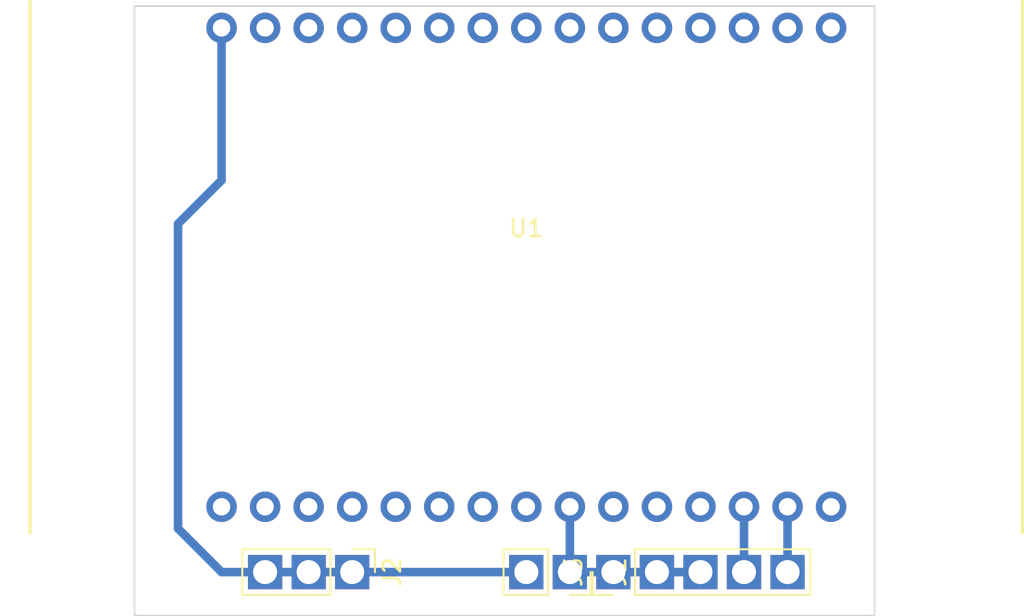
<source format=kicad_pcb>
(kicad_pcb (version 20211014) (generator pcbnew)
  (layers (0 "F.Cu" signal) (31 "B.Cu" signal) (34 "B.Paste" user) (35 "F.Paste" user) (36 "B.SilkS" user "B.Silkscreen") (37 "F.SilkS" user "F.Silkscreen") (38 "B.Mask" user) (39 "F.Mask" user) (44 "Edge.Cuts" user))
  (net 0 "")
  (net 24 "Net-(J1-Pad1)")
  (net 25 "Net-(J1-Pad2)")
  (net 29 "Net-(J3-Pad4)")
  (net 30 "Net-(J3-Pad5)")
  (footprint "MyESPs:ESP8266NODEMCU" (layer "F.Cu") (at 170.18 63.5)
    (fp_text reference "U1" (at 0 -2.286 unlocked) (layer "F.SilkS"))
    (fp_text value "ESP8266_NODEMCU")
    (fp_line (start 28.956 15.494) (end 28.956 -15.494) (layer "F.SilkS") (width 0.2032))
    (fp_line (start -28.956 15.494) (end -28.956 -15.494) (layer "F.SilkS") (width 0.2032))
    (pad "1" thru_hole circle (at 17.78 -13.97) (size 1.778 1.778) (drill 1.016) (layers *.Cu *.Mask))
    (pad "2" thru_hole circle (at 15.24 -13.97) (size 1.778 1.778) (drill 1.016) (layers *.Cu *.Mask))
    (pad "3" thru_hole circle (at 12.7 -13.97) (size 1.778 1.778) (drill 1.016) (layers *.Cu *.Mask))
    (pad "4" thru_hole circle (at 10.16 -13.97) (size 1.778 1.778) (drill 1.016) (layers *.Cu *.Mask))
    (pad "5" thru_hole circle (at 7.62 -13.97) (size 1.778 1.778) (drill 1.016) (layers *.Cu *.Mask))
    (pad "6" thru_hole circle (at 5.08 -13.97) (size 1.778 1.778) (drill 1.016) (layers *.Cu *.Mask))
    (pad "7" thru_hole circle (at 2.54 -13.97) (size 1.778 1.778) (drill 1.016) (layers *.Cu *.Mask))
    (pad "8" thru_hole circle (at 0 -13.97) (size 1.778 1.778) (drill 1.016) (layers *.Cu *.Mask))
    (pad "9" thru_hole circle (at -2.54 -13.97) (size 1.778 1.778) (drill 1.016) (layers *.Cu *.Mask))
    (pad "10" thru_hole circle (at -5.08 -13.97) (size 1.778 1.778) (drill 1.016) (layers *.Cu *.Mask))
    (pad "11" thru_hole circle (at -7.62 -13.97) (size 1.778 1.778) (drill 1.016) (layers *.Cu *.Mask))
    (pad "12" thru_hole circle (at -10.16 -13.97) (size 1.778 1.778) (drill 1.016) (layers *.Cu *.Mask))
    (pad "13" thru_hole circle (at -12.7 -13.97) (size 1.778 1.778) (drill 1.016) (layers *.Cu *.Mask))
    (pad "14" thru_hole circle (at -15.24 -13.97) (size 1.778 1.778) (drill 1.016) (layers *.Cu *.Mask))
    (pad "15" thru_hole circle (at -17.78 -13.97) (size 1.778 1.778) (drill 1.016) (layers *.Cu *.Mask) (net 25 "Net-(J1-Pad2)"))
    (pad "16" thru_hole circle (at -17.78 13.97) (size 1.778 1.778) (drill 1.016) (layers *.Cu *.Mask))
    (pad "17" thru_hole circle (at -15.24 13.97) (size 1.778 1.778) (drill 1.016) (layers *.Cu *.Mask))
    (pad "18" thru_hole circle (at -12.7 13.97) (size 1.778 1.778) (drill 1.016) (layers *.Cu *.Mask))
    (pad "19" thru_hole circle (at -10.16 13.97) (size 1.778 1.778) (drill 1.016) (layers *.Cu *.Mask))
    (pad "20" thru_hole circle (at -7.62 13.97) (size 1.778 1.778) (drill 1.016) (layers *.Cu *.Mask))
    (pad "21" thru_hole circle (at -5.08 13.97) (size 1.778 1.778) (drill 1.016) (layers *.Cu *.Mask))
    (pad "22" thru_hole circle (at -2.54 13.97) (size 1.778 1.778) (drill 1.016) (layers *.Cu *.Mask))
    (pad "23" thru_hole circle (at 0 13.97) (size 1.778 1.778) (drill 1.016) (layers *.Cu *.Mask))
    (pad "24" thru_hole circle (at 2.54 13.97) (size 1.778 1.778) (drill 1.016) (layers *.Cu *.Mask) (net 24 "Net-(J1-Pad1)"))
    (pad "25" thru_hole circle (at 5.08 13.97) (size 1.778 1.778) (drill 1.016) (layers *.Cu *.Mask))
    (pad "26" thru_hole circle (at 7.62 13.97) (size 1.778 1.778) (drill 1.016) (layers *.Cu *.Mask))
    (pad "27" thru_hole circle (at 10.16 13.97) (size 1.778 1.778) (drill 1.016) (layers *.Cu *.Mask))
    (pad "28" thru_hole circle (at 12.7 13.97) (size 1.778 1.778) (drill 1.016) (layers *.Cu *.Mask) (net 29 "Net-(J3-Pad4)"))
    (pad "29" thru_hole circle (at 15.24 13.97) (size 1.778 1.778) (drill 1.016) (layers *.Cu *.Mask) (net 30 "Net-(J3-Pad5)"))
    (pad "30" thru_hole circle (at 17.78 13.97) (size 1.778 1.778) (drill 1.016) (layers *.Cu *.Mask))
  )
  (footprint "Connector_PinSocket_2.54mm:PinSocket_1x02_P2.54mm_Vertical" (layer "F.Cu") (at 172.72 81.28 -90)
    (fp_text reference "J1" (at 0 -2.77 90) (layer "F.SilkS"))
    (fp_text value "Conn_01x02_Female")
    (fp_line (start -1.33 3.87) (end 1.33 3.87) (layer "F.SilkS") (width 0.12))
    (fp_line (start 1.33 1.27) (end 1.33 3.87) (layer "F.SilkS") (width 0.12))
    (fp_line (start -1.33 1.27) (end 1.33 1.27) (layer "F.SilkS") (width 0.12))
    (fp_line (start 1.33 -1.33) (end 1.33 0) (layer "F.SilkS") (width 0.12))
    (fp_line (start -1.33 1.27) (end -1.33 3.87) (layer "F.SilkS") (width 0.12))
    (fp_line (start 0 -1.33) (end 1.33 -1.33) (layer "F.SilkS") (width 0.12))
    (pad "1" thru_hole rect (at 0 0 270) (size 2 2) (drill 1.4) (layers *.Cu *.Mask) (net 24 "Net-(J1-Pad1)"))
    (pad "2" thru_hole rect (at 0 2.54 270) (size 2 2) (drill 1.4) (layers *.Cu *.Mask) (net 25 "Net-(J1-Pad2)"))
  )
  (footprint "Connector_PinHeader_2.54mm:PinHeader_1x03_P2.54mm_Vertical" (layer "F.Cu") (at 160.02 81.28 -90)
    (fp_text reference "J2" (at 0 -2.33 90) (layer "F.SilkS"))
    (fp_text value "Conn_01x03_Male")
    (fp_line (start -1.33 1.27) (end -1.33 6.41) (layer "F.SilkS") (width 0.12))
    (fp_line (start 1.33 1.27) (end 1.33 6.41) (layer "F.SilkS") (width 0.12))
    (fp_line (start -1.33 1.27) (end 1.33 1.27) (layer "F.SilkS") (width 0.12))
    (fp_line (start -1.33 -1.33) (end 0 -1.33) (layer "F.SilkS") (width 0.12))
    (fp_line (start -1.33 6.41) (end 1.33 6.41) (layer "F.SilkS") (width 0.12))
    (fp_line (start -1.33 0) (end -1.33 -1.33) (layer "F.SilkS") (width 0.12))
    (pad "1" thru_hole rect (at 0 0 270) (size 2 2) (drill 1.4) (layers *.Cu *.Mask) (net 25 "Net-(J1-Pad2)"))
    (pad "2" thru_hole rect (at 0 2.54 270) (size 2 2) (drill 1.4) (layers *.Cu *.Mask) (net 25 "Net-(J1-Pad2)"))
    (pad "3" thru_hole rect (at 0 5.08 270) (size 2 2) (drill 1.4) (layers *.Cu *.Mask) (net 25 "Net-(J1-Pad2)"))
  )
  (footprint "Connector_PinHeader_2.54mm:PinHeader_1x05_P2.54mm_Vertical" (layer "F.Cu") (at 175.26 81.28 90)
    (fp_text reference "J3" (at 0 -2.33 90) (layer "F.SilkS"))
    (fp_text value "Conn_01x05_Male")
    (fp_line (start 1.33 1.27) (end 1.33 11.49) (layer "F.SilkS") (width 0.12))
    (fp_line (start -1.33 1.27) (end -1.33 11.49) (layer "F.SilkS") (width 0.12))
    (fp_line (start -1.33 1.27) (end 1.33 1.27) (layer "F.SilkS") (width 0.12))
    (fp_line (start -1.33 11.49) (end 1.33 11.49) (layer "F.SilkS") (width 0.12))
    (fp_line (start -1.33 -1.33) (end 0 -1.33) (layer "F.SilkS") (width 0.12))
    (fp_line (start -1.33 0) (end -1.33 -1.33) (layer "F.SilkS") (width 0.12))
    (pad "1" thru_hole rect (at 0 0 90) (size 2 2) (drill 1.4) (layers *.Cu *.Mask) (net 24 "Net-(J1-Pad1)"))
    (pad "2" thru_hole rect (at 0 2.54 90) (size 2 2) (drill 1.4) (layers *.Cu *.Mask) (net 24 "Net-(J1-Pad1)"))
    (pad "3" thru_hole rect (at 0 5.08 90) (size 2 2) (drill 1.4) (layers *.Cu *.Mask) (net 24 "Net-(J1-Pad1)"))
    (pad "4" thru_hole rect (at 0 7.62 90) (size 2 2) (drill 1.4) (layers *.Cu *.Mask) (net 29 "Net-(J3-Pad4)"))
    (pad "5" thru_hole rect (at 0 10.16 90) (size 2 2) (drill 1.4) (layers *.Cu *.Mask) (net 30 "Net-(J3-Pad5)"))
  )
  (gr_poly (pts (xy 190.5 83.82) (xy 147.32 83.82) (xy 147.32 48.26) (xy 190.5 48.26)) (layer "Edge.Cuts") (width 0.1) (fill none))
  (segment (start 177.8 81.28) (end 175.26 81.28) (width 0.5) (layer "B.Cu") (net 24))
  (segment (start 175.26 81.28) (end 172.72 81.28) (width 0.5) (layer "B.Cu") (net 24))
  (segment (start 180.34 81.28) (end 177.8 81.28) (width 0.5) (layer "B.Cu") (net 24))
  (segment (start 172.72 81.28) (end 172.72 77.47) (width 0.5) (layer "B.Cu") (net 24))
  (segment (start 160.02 81.28) (end 170.18 81.28) (width 0.5) (layer "B.Cu") (net 25))
  (segment (start 157.48 81.28) (end 160.02 81.28) (width 0.5) (layer "B.Cu") (net 25))
  (segment (start 154.94 81.28) (end 157.48 81.28) (width 0.5) (layer "B.Cu") (net 25))
  (segment (start 152.4 49.53) (end 152.4 58.42) (width 0.5) (layer "B.Cu") (net 25))
  (segment (start 152.4 58.42) (end 149.86 60.96) (width 0.5) (layer "B.Cu") (net 25))
  (segment (start 149.86 78.74) (end 152.4 81.28) (width 0.5) (layer "B.Cu") (net 25))
  (segment (start 149.86 60.96) (end 149.86 78.74) (width 0.5) (layer "B.Cu") (net 25))
  (segment (start 152.4 81.28) (end 154.94 81.28) (width 0.5) (layer "B.Cu") (net 25))
  (segment (start 182.88 77.47) (end 182.88 81.28) (width 0.5) (layer "B.Cu") (net 29))
  (segment (start 185.42 77.47) (end 185.42 81.28) (width 0.5) (layer "B.Cu") (net 30))
)
</source>
